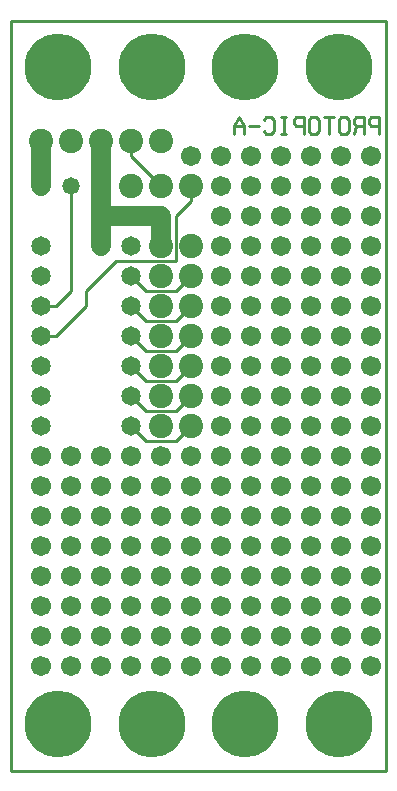
<source format=gbl>
%MOIN*%
%FSLAX25Y25*%
G04 D10 used for Character Trace; *
G04     Circle (OD=.01000) (No hole)*
G04 D11 used for Power Trace; *
G04     Circle (OD=.06700) (No hole)*
G04 D12 used for Signal Trace; *
G04     Circle (OD=.01100) (No hole)*
G04 D13 used for Via; *
G04     Circle (OD=.05800) (Round. Hole ID=.02800)*
G04 D14 used for Component hole; *
G04     Circle (OD=.06500) (Round. Hole ID=.03500)*
G04 D15 used for Component hole; *
G04     Circle (OD=.06700) (Round. Hole ID=.04300)*
G04 D16 used for Component hole; *
G04     Circle (OD=.08100) (Round. Hole ID=.05100)*
G04 D17 used for Component hole; *
G04     Circle (OD=.08900) (Round. Hole ID=.05900)*
G04 D18 used for Component hole; *
G04     Circle (OD=.11300) (Round. Hole ID=.08300)*
G04 D19 used for Component hole; *
G04     Circle (OD=.16000) (Round. Hole ID=.13000)*
G04 D20 used for Component hole; *
G04     Circle (OD=.18300) (Round. Hole ID=.15300)*
G04 D21 used for Component hole; *
G04     Circle (OD=.22291) (Round. Hole ID=.19291)*
%ADD10C,.01000*%
%ADD11C,.06700*%
%ADD12C,.01100*%
%ADD13C,.05800*%
%ADD14C,.06500*%
%ADD15C,.06700*%
%ADD16C,.08100*%
%ADD17C,.08900*%
%ADD18C,.11300*%
%ADD19C,.16000*%
%ADD20C,.18300*%
%ADD21C,.22291*%
%IPPOS*%
%LPD*%
G90*X0Y0D02*D21*X15625Y15625D03*D15*              
X30000Y35000D03*X20000D03*X10000D03*X40000D03*    
Y45000D03*X30000D03*X20000D03*X10000D03*D21*      
X46875Y15625D03*D15*X50000Y35000D03*Y45000D03*    
Y55000D03*X40000D03*X30000D03*X20000D03*X10000D03*
X60000Y35000D03*Y45000D03*Y55000D03*Y65000D03*    
X50000D03*X40000D03*X30000D03*X20000D03*X10000D03*
X70000Y35000D03*Y45000D03*Y55000D03*Y65000D03*    
Y75000D03*X60000D03*X50000D03*X40000D03*X30000D03*
X20000D03*X10000D03*D21*X78125Y15625D03*D15*      
X80000Y35000D03*Y45000D03*Y55000D03*Y65000D03*    
Y75000D03*Y85000D03*X70000D03*X60000D03*X50000D03*
X40000D03*X30000D03*X20000D03*X10000D03*          
X90000Y35000D03*Y45000D03*Y55000D03*Y65000D03*    
Y75000D03*Y85000D03*Y95000D03*X80000D03*X70000D03*
X60000D03*X50000D03*X40000D03*X30000D03*X20000D03*
X10000D03*X100000Y35000D03*Y45000D03*Y55000D03*   
Y65000D03*Y75000D03*Y85000D03*Y95000D03*          
Y105000D03*X90000D03*X80000D03*X70000D03*         
X60000D03*X50000D03*X40000D03*X30000D03*X20000D03*
X10000D03*D12*X45000Y110000D02*X55000D01*         
X45000D02*X40000Y115000D01*D14*D03*D12*           
X45000Y120000D02*X55000D01*X60000Y125000D01*D16*  
D03*D12*X45000Y130000D02*X55000D01*X45000D02*     
X40000Y135000D01*D14*D03*D12*X45000Y140000D02*    
X55000D01*X60000Y145000D01*D16*D03*D12*           
X45000Y150000D02*X55000D01*X45000D02*             
X40000Y155000D01*D14*D03*D12*X45000Y160000D02*    
X55000D01*X60000Y165000D01*D16*D03*D12*           
X35000Y170000D02*X55000D01*X25000Y160000D02*      
X35000Y170000D01*X25000Y155000D02*Y160000D01*     
X15000Y145000D02*X25000Y155000D01*                
X10000Y145000D02*X15000D01*D14*X10000D03*D12*     
Y155000D02*X15000D01*D14*X10000D03*D12*X15000D02* 
X20000Y160000D01*Y195000D01*D13*D03*D11*          
X30000Y175000D02*Y185000D01*D13*Y175000D03*D14*   
X40000Y165000D03*D12*X45000Y160000D01*D16*        
X50000Y155000D03*Y165000D03*D12*X55000Y150000D02* 
X60000Y155000D01*D16*D03*D15*X70000Y145000D03*    
Y165000D03*D16*X50000Y145000D03*D15*              
X70000Y155000D03*D12*X45000Y140000D02*            
X40000Y145000D01*D14*D03*D16*X50000Y135000D03*D12*
X55000Y130000D02*X60000Y135000D01*D16*D03*D15*    
X70000Y125000D03*D16*X50000D03*D15*               
X70000Y135000D03*D12*X45000Y120000D02*            
X40000Y125000D01*D14*D03*D16*X50000Y115000D03*D12*
X55000Y110000D02*X60000Y115000D01*D16*D03*D15*    
X70000D03*X80000Y135000D03*Y115000D03*Y125000D03* 
X90000Y145000D03*X80000D03*X90000Y115000D03*      
Y125000D03*Y135000D03*X100000Y155000D03*X90000D03*
X80000D03*X100000Y115000D03*Y125000D03*Y135000D03*
Y145000D03*X110000Y65000D03*Y165000D03*D14*       
X10000D03*D15*X110000Y75000D03*X100000Y165000D03* 
X110000Y85000D03*X90000Y165000D03*                
X110000Y95000D03*X80000Y165000D03*D14*            
X10000Y135000D03*D15*X110000Y105000D03*D14*       
X10000Y125000D03*D15*X110000Y115000D03*D14*       
X10000D03*D15*X110000Y125000D03*Y135000D03*       
Y145000D03*Y155000D03*D12*X55000Y170000D02*       
Y185000D01*X60000Y190000D01*Y195000D01*D16*D03*   
D15*X70000Y185000D03*Y205000D03*D11*              
X50000Y175000D02*Y185000D01*D16*Y175000D03*       
X60000D03*D11*X30000Y185000D02*X50000D01*         
X30000D02*Y195000D01*D14*D03*D11*Y210000D01*D16*  
D03*D12*X50000Y195000D02*X40000Y205000D01*D16*    
X50000Y195000D03*D15*X60000Y205000D03*D12*        
X40000D02*Y210000D01*D16*D03*X50000D03*           
X40000Y195000D03*X20000Y210000D03*D21*            
X15625Y234375D03*X46875D03*D15*X70000Y195000D03*  
D16*X10000Y210000D03*D11*Y195000D01*D14*D03*      
Y175000D03*X40000D03*D12*X0Y0D02*Y250000D01*Y0D02*
X125000D01*Y250000D01*X0D01*D10*X122511Y212129D02*
Y217871D01*X120000D01*X119163Y216914D01*          
Y215957D01*X120000Y215000D01*X122511D01*          
X117511Y212129D02*Y217871D01*X115000D01*          
X114163Y216914D01*Y215957D01*X115000Y215000D01*   
X117511D01*X115000D02*X114163Y212129D01*          
X109163Y213086D02*X110000Y212129D01*X111674D01*   
X112511Y213086D01*Y216914D01*X111674Y217871D01*   
X110000D01*X109163Y216914D01*Y213086D01*          
X105837Y212129D02*Y217871D01*X107511D02*          
X104163D01*X99163Y213086D02*X100000Y212129D01*    
X101674D01*X102511Y213086D01*Y216914D01*          
X101674Y217871D01*X100000D01*X99163Y216914D01*    
Y213086D01*X97511Y212129D02*Y217871D01*X95000D01* 
X94163Y216914D01*Y215957D01*X95000Y215000D01*     
X97511D01*X90837Y212129D02*Y217871D01*            
X91674Y212129D02*X90000D01*X91674Y217871D02*      
X90000D01*X84163Y213086D02*X85000Y212129D01*      
X86674D01*X87511Y213086D01*Y216914D01*            
X86674Y217871D01*X85000D01*X84163Y216914D01*      
X82511Y215000D02*X79163D01*X77511Y212129D02*      
Y215000D01*X75837Y217871D01*X74163Y215000D01*     
Y212129D01*X77511Y215000D02*X74163D01*D15*        
X70000Y175000D03*X80000D03*Y185000D03*Y195000D03* 
Y205000D03*D21*X78125Y234375D03*D15*              
X90000Y175000D03*Y185000D03*Y195000D03*Y205000D03*
X100000Y175000D03*Y185000D03*Y195000D03*          
Y205000D03*X110000Y175000D03*Y185000D03*          
Y195000D03*Y205000D03*D21*X109375Y234375D03*D15*  
X120000Y135000D03*Y145000D03*Y155000D03*          
Y165000D03*Y175000D03*Y185000D03*Y195000D03*      
Y205000D03*Y125000D03*Y115000D03*Y105000D03*      
Y95000D03*Y85000D03*Y75000D03*Y65000D03*          
X110000Y55000D03*X120000D03*X110000Y45000D03*     
X120000D03*X110000Y35000D03*X120000D03*D21*       
X109375Y15625D03*M02*                             

</source>
